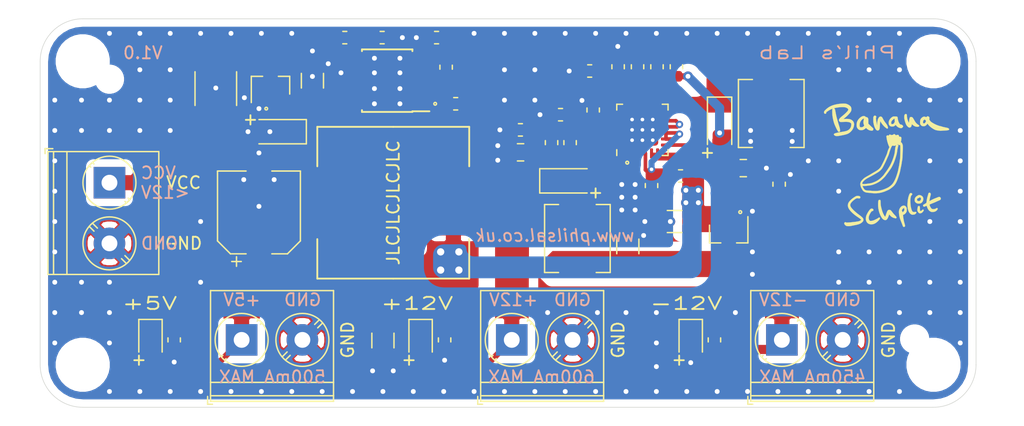
<source format=kicad_pcb>
(kicad_pcb (version 20221018) (generator pcbnew)
  (layers (0 "F.Cu" signal) (31 "B.Cu" signal) (34 "B.Paste" user) (35 "F.Paste" user) (36 "B.SilkS" user "B.Silkscreen") (37 "F.SilkS" user "F.Silkscreen") (38 "B.Mask" user) (39 "F.Mask" user) (44 "Edge.Cuts" user))
  (net 0 "")
  (net 1 "Net-(C1-Pad1)")
  (net 2 "GND")
  (net 3 "Net-(C2-Pad2)")
  (net 4 "FB")
  (net 5 "Net-(C6-Pad1)")
  (net 6 "Net-(C7-Pad1)")
  (net 7 "Net-(C8-Pad1)")
  (net 8 "+12V")
  (net 9 "Net-(C9-Pad2)")
  (net 10 "Net-(C11-Pad1)")
  (net 11 "-12V")
  (net 12 "Net-(C12-Pad1)")
  (net 13 "Net-(C13-Pad1)")
  (net 14 "Net-(D3-Pad1)")
  (net 15 "VCC")
  (net 16 "Net-(Q2-Pad1)")
  (net 17 "Net-(R1-Pad1)")
  (net 18 "Net-(U2-Pad12)")
  (net 19 "Net-(U2-Pad20)")
  (net 20 "Net-(C2-Pad1)")
  (net 21 "Net-(D2-Pad2)")
  (net 22 "+5V")
  (net 23 "Net-(D4-Pad1)")
  (net 24 "Net-(D5-Pad1)")
  (net 25 "Net-(D6-Pad1)")
  (net 26 "Net-(U1-Pad3)")
  (net 27 "Net-(U1-Pad2)")
  (net 28 "Net-(F1-Pad1)")
  (footprint "Capacitor_SMD:C_1206_3216Metric" (layer "F.Cu") (at 41.7 20.9 90)
    (fp_text reference "C1")
    (fp_text value "10u")
  )
  (footprint "Capacitor_SMD:C_0603_1608Metric" (layer "F.Cu") (at 53.4875 22.8)
    (fp_text reference "C2")
    (fp_text value "10n")
  )
  (footprint "Capacitor_SMD:C_1206_3216Metric" (layer "F.Cu") (at 47.5 42.3 -90)
    (fp_text reference "C3")
    (fp_text value "10u")
  )
  (footprint "Capacitor_SMD:C_1206_3216Metric" (layer "F.Cu") (at 71.5 32.5 180)
    (fp_text reference "C5")
    (fp_text value "10u")
  )
  (footprint "Capacitor_SMD:C_1206_3216Metric" (layer "F.Cu") (at 67.65 34.55 90)
    (fp_text reference "C6")
    (fp_text value "10u")
  )
  (footprint "Capacitor_SMD:C_0603_1608Metric" (layer "F.Cu") (at 69.6 29.5375 -90)
    (fp_text reference "C7")
    (fp_text value "100n")
  )
  (footprint "Capacitor_SMD:C_0603_1608Metric" (layer "F.Cu") (at 64.8 23.3125 90)
    (fp_text reference "C8")
    (fp_text value "10n")
  )
  (footprint "Capacitor_SMD:C_0603_1608Metric" (layer "F.Cu") (at 61.375 26 90)
    (fp_text reference "C9")
    (fp_text value "6p8")
  )
  (footprint "Capacitor_SMD:C_0805_2012Metric" (layer "F.Cu") (at 58.825 26.8 180)
    (fp_text reference "C10")
    (fp_text value "22u")
  )
  (footprint "Capacitor_SMD:C_0603_1608Metric" (layer "F.Cu") (at 71.65 19.75 -90)
    (fp_text reference "C11")
    (fp_text value "8p2")
  )
  (footprint "Capacitor_SMD:C_0603_1608Metric" (layer "F.Cu") (at 66.85 19.75 90)
    (fp_text reference "C12")
    (fp_text value "220n")
  )
  (footprint "Capacitor_SMD:C_0603_1608Metric" (layer "F.Cu") (at 64.5125 20.1 180)
    (fp_text reference "C13")
    (fp_text value "4n7")
  )
  (footprint "Capacitor_SMD:C_0805_2012Metric" (layer "F.Cu") (at 77.15 28.1)
    (fp_text reference "C14")
    (fp_text value "22u")
  )
  (footprint "Diode_SMD:D_SOD-123" (layer "F.Cu") (at 62.65 29.15)
    (fp_text reference "D2")
    (fp_text value "B5819W")
  )
  (footprint "Diode_SMD:D_SOD-123" (layer "F.Cu") (at 38.95 25.1 180)
    (fp_text reference "D1")
    (fp_text value "B5819W")
  )
  (footprint "Diode_SMD:D_SOD-123" (layer "F.Cu") (at 75.2 24.5 -90)
    (fp_text reference "D3")
    (fp_text value "B5819W")
  )
  (footprint "TerminalBlock_Phoenix:TerminalBlock_Phoenix_PT-1,5-2-5.0-H_1x02_P5.00mm_Horizontal" (layer "F.Cu") (at 25 29.3 -90)
    (fp_text reference "J1")
    (fp_text value "Screw_Terminal_01x02")
  )
  (footprint "TerminalBlock_Phoenix:TerminalBlock_Phoenix_PT-1,5-2-5.0-H_1x02_P5.00mm_Horizontal" (layer "F.Cu") (at 58.1 42.25)
    (fp_text reference "J3")
    (fp_text value "Screw_Terminal_01x02")
  )
  (footprint "TerminalBlock_Phoenix:TerminalBlock_Phoenix_PT-1,5-2-5.0-H_1x02_P5.00mm_Horizontal" (layer "F.Cu") (at 80.325 42.25)
    (fp_text reference "J4")
    (fp_text value "Screw_Terminal_01x02")
  )
  (footprint "Inductor_SMD:L_Sunlord_MWSA0518_5.4x5.2mm" (layer "F.Cu") (at 63.5 33.9 90)
    (fp_text reference "L2")
    (fp_text value "10u")
  )
  (footprint "Inductor_SMD:L_Sunlord_MWSA0518_5.4x5.2mm" (layer "F.Cu") (at 79.45 23.6 -90)
    (fp_text reference "L3")
    (fp_text value "10u")
  )
  (footprint "Package_TO_SOT_SMD:SOT-23" (layer "F.Cu") (at 38.25 21.3 90)
    (fp_text reference "Q1")
    (fp_text value "AO3401A")
  )
  (footprint "Package_TO_SOT_SMD:SOT-23" (layer "F.Cu") (at 75.95 33.5 -90)
    (fp_text reference "Q2")
    (fp_text value "AO3401A")
  )
  (footprint "Resistor_SMD:R_0603_1608Metric" (layer "F.Cu") (at 47.4375 17.35 180)
    (fp_text reference "R2")
    (fp_text value "100k")
  )
  (footprint "Resistor_SMD:R_0603_1608Metric" (layer "F.Cu") (at 52.7 19.7875 -90)
    (fp_text reference "R3")
    (fp_text value "10k")
  )
  (footprint "Resistor_SMD:R_0603_1608Metric" (layer "F.Cu") (at 51.9125 17.35)
    (fp_text reference "R4")
    (fp_text value "3k3")
  )
  (footprint "Resistor_SMD:R_0603_1608Metric" (layer "F.Cu") (at 71.9875 28.75)
    (fp_text reference "R5")
    (fp_text value "100")
  )
  (footprint "Resistor_SMD:R_0603_1608Metric" (layer "F.Cu") (at 62.9 26 -90)
    (fp_text reference "R6")
    (fp_text value "1M")
  )
  (footprint "Resistor_SMD:R_0603_1608Metric" (layer "F.Cu") (at 62.1125 23.7)
    (fp_text reference "R7")
    (fp_text value "110k")
  )
  (footprint "Resistor_SMD:R_0603_1608Metric" (layer "F.Cu") (at 68.45 19.75 90)
    (fp_text reference "R8")
    (fp_text value "100k")
  )
  (footprint "Resistor_SMD:R_0603_1608Metric" (layer "F.Cu") (at 70.05 19.75 90)
    (fp_text reference "R9")
    (fp_text value "1M")
  )
  (footprint "Resistor_SMD:R_0603_1608Metric" (layer "F.Cu") (at 58.8125 24.95)
    (fp_text reference "R10")
    (fp_text value "12k")
  )
  (footprint "Resistor_SMD:R_0603_1608Metric" (layer "F.Cu") (at 80.1 29.425 -90)
    (fp_text reference "R11")
    (fp_text value "12k")
  )
  (footprint "Package_DFN_QFN:QFN-24-1EP_4x4mm_P0.5mm_EP2.6x2.6mm" (layer "F.Cu") (at 68.85 24.95 90)
    (fp_text reference "U2")
    (fp_text value "TPS65131RGER")
  )
  (footprint "LED_SMD:LED_0805_2012Metric" (layer "F.Cu") (at 50.6 42.25 -90)
    (fp_text reference "D5")
    (fp_text value "GREEN")
  )
  (footprint "LED_SMD:LED_0805_2012Metric" (layer "F.Cu") (at 72.825 42.25 -90)
    (fp_text reference "D6")
    (fp_text value "YELLOW")
  )
  (footprint "TerminalBlock_Phoenix:TerminalBlock_Phoenix_PT-1,5-2-5.0-H_1x02_P5.00mm_Horizontal" (layer "F.Cu") (at 35.875 42.25)
    (fp_text reference "J2")
    (fp_text value "Screw_Terminal_01x02")
  )
  (footprint "Resistor_SMD:R_0603_1608Metric" (layer "F.Cu") (at 44.3625 17.35 180)
    (fp_text reference "R1")
    (fp_text value "100k")
  )
  (footprint "Resistor_SMD:R_0603_1608Metric" (layer "F.Cu") (at 30.325 42.25 90)
    (fp_text reference "R12")
    (fp_text value "1k5")
  )
  (footprint "Resistor_SMD:R_0603_1608Metric" (layer "F.Cu") (at 52.575 42.25 90)
    (fp_text reference "R13")
    (fp_text value "4k3")
  )
  (footprint "Resistor_SMD:R_0603_1608Metric" (layer "F.Cu") (at 74.775 42.25 90)
    (fp_text reference "R14")
    (fp_text value "5k1")
  )
  (footprint "Package_SO:TI_SO-PowerPAD-8_ThermalVias" (layer "F.Cu") (at 47.85 20.895 180)
    (fp_text reference "U1")
    (fp_text value "TPS5430DDA")
  )
  (footprint "LED_SMD:LED_0805_2012Metric" (layer "F.Cu") (at 28.375 42.25 -90)
    (fp_text reference "D4")
    (fp_text value "RED")
  )
  (footprint "MountingHole:MountingHole_3.2mm_M3" (layer "F.Cu") (at 22.8 44.3)
    (fp_text reference "H1")
    (fp_text value "MountingHole")
  )
  (footprint "MountingHole:MountingHole_3.2mm_M3" (layer "F.Cu") (at 22.8 19.3)
    (fp_text reference "H3")
    (fp_text value "MountingHole")
  )
  (footprint "MountingHole:MountingHole_3.2mm_M3" (layer "F.Cu") (at 92.8 19.3)
    (fp_text reference "H4")
    (fp_text value "MountingHole")
  )
  (footprint "MountingHole:MountingHole_3.2mm_M3" (layer "F.Cu") (at 92.8 44.3)
    (fp_text reference "H2")
    (fp_text value "MountingHole")
  )
  (footprint "BananSchplitSilk:BananaSchplitSilkLogoDrawn" (layer "F.Cu") (at 89 28)
    (fp_text reference "G***" hide)
    (fp_text value "LOGO" hide)
  )
  (footprint "Capacitor_SMD:CP_Elec_6.3x7.7" (layer "F.Cu") (at 37.3 31.75 90)
    (fp_text reference "C4")
    (fp_text value "220u")
  )
  (footprint "SchmillipKiCADLibrary:SWRB1204S" (layer "F.Cu") (at 48.35 30.95)
    (fp_text reference "L1")
    (fp_text value "47u")
  )
  (footprint "Fuse:Fuse_1812_4532Metric" (layer "F.Cu") (at 33.75 21.55 -90)
    (fp_text reference "F1")
    (fp_text value "1A")
  )
  (footprint "MountingHole:MountingHole_2.1mm" (layer "F.Cu") (at 25 20.775)
    (fp_text reference "REF**")
    (fp_text value "MountingHole_1.152mm")
  )
  (footprint "MountingHole:MountingHole_2.1mm" (layer "F.Cu") (at 91.25 42.175)
    (fp_text reference "REF**")
    (fp_text value "MountingHole_1.152mm")
  )
  (gr_circle (center 67.6 27.65) (end 67.625 27.7) (stroke (width 0.12)) (fill none) (layer "F.SilkS"))
  (gr_circle (center 76.9 31.725) (end 76.925 31.775) (stroke (width 0.12)) (fill none) (layer "F.SilkS"))
  (gr_circle (center 37.9 23.2) (end 37.95 23.2) (stroke (width 0.12)) (fill none) (layer "F.SilkS"))
  (gr_circle (center 51.8 22.8) (end 51.8 22.85) (stroke (width 0.12)) (fill none) (layer "F.SilkS"))
  (gr_line (start 19.3 19.3) (end 19.3 44.3) (stroke (width 0.05)) (layer "Edge.Cuts"))
  (gr_arc (start 22.8 47.8) (mid 20.325126 46.774874) (end 19.3 44.3) (stroke (width 0.05)) (layer "Edge.Cuts"))
  (gr_arc (start 96.3 44.3) (mid 95.274874 46.774874) (end 92.8 47.8) (stroke (width 0.05)) (layer "Edge.Cuts"))
  (gr_arc (start 92.8 15.8) (mid 95.274874 16.825126) (end 96.3 19.3) (stroke (width 0.05)) (layer "Edge.Cuts"))
  (gr_line (start 96.3 44.3) (end 96.3 19.3) (stroke (width 0.05)) (layer "Edge.Cuts"))
  (gr_arc (start 19.3 19.3) (mid 20.325126 16.825126) (end 22.8 15.8) (stroke (width 0.05)) (layer "Edge.Cuts"))
  (gr_line (start 92.8 15.8) (end 22.8 15.8) (stroke (width 0.05)) (layer "Edge.Cuts"))
  (gr_line (start 22.8 47.8) (end 92.8 47.8) (stroke (width 0.05)) (layer "Edge.Cuts"))
  (gr_text "www.philsal.co.uk" (at 61.7 33.65) (layer "B.SilkS") (effects (font (size 1 1) (thickness 0.15) italic) (justify mirror)))
  (gr_text "GND" (at 40.9 38.95) (layer "B.SilkS") (effects (font (size 1 1)) (justify mirror)))
  (gr_text "+5V" (at 35.9 38.95) (layer "B.SilkS") (effects (font (size 1 1)) (justify mirror)))
  (gr_text "+12V" (at 58.25 38.95) (layer "B.SilkS") (effects (font (size 1 1)) (justify mirror)))
  (gr_text "GND" (at 63.1 38.95) (layer "B.SilkS") (effects (font (size 1 1)) (justify mirror)))
  (gr_text "GND" (at 85.3 38.95) (layer "B.SilkS") (effects (font (size 1 1)) (justify mirror)))
  (gr_text "-12V" (at 80.45 38.95) (layer "B.SilkS") (effects (font (size 1 1)) (justify mirror)))
  (gr_text "GND" (at 27.5 34.3) (layer "B.SilkS") (effects (font (size 1 1)) (justify right mirror)))
  (gr_text "600mA MAX" (at 60.55 45.3) (layer "B.SilkS") (effects (font (size 1 1)) (justify mirror)))
  (gr_text "450mA MAX" (at 82.85 45.3) (layer "B.SilkS") (effects (font (size 1 1)) (justify mirror)))
  (gr_text "500mA MAX" (at 38.4 45.3) (layer "B.SilkS") (effects (font (size 1 1)) (justify mirror)))
  (gr_text "VCC\n<12V" (at 27.5 29.3) (layer "B.SilkS") (effects (font (size 1 1)) (justify right mirror)))
  (gr_text "Phil's Lab" (at 84.05 18.6) (layer "B.SilkS") (effects (font (size 1 1.5)) (justify mirror)))
  (gr_text "V1.0" (at 27.75 18.6) (layer "B.SilkS") (effects (font (size 1 1)) (justify mirror)))
  (gr_text "+12V" (at 50.3 39.25) (layer "F.SilkS") (effects (font (size 1 1.5))))
  (gr_text "-12V" (at 72.45 39.25) (layer "F.SilkS") (effects (font (size 1 1.5))))
  (gr_text "GND" (at 44.6 42.25 90) (layer "F.SilkS") (effects (font (size 1 1))))
  (gr_text "GND" (at 66.85 42.25 90) (layer "F.SilkS") (effects (font (size 1 1))))
  (gr_text "GND" (at 89.1 42.25 90) (layer "F.SilkS") (effects (font (size 1 1))))
  (gr_text "GND" (at 31.1 34.3) (layer "F.SilkS") (effects (font (size 1 1))))
  (gr_text "VCC" (at 31.1 29.3) (layer "F.SilkS") (effects (font (size 1 1))))
  (gr_text "+" (at 49.65 43.85) (layer "F.SilkS") (effects (font (size 1 1))))
  (gr_text "+" (at 71.875 43.85) (layer "F.SilkS") (effects (font (size 1 1))))
  (gr_text "+" (at 74.2 26.775) (layer "F.SilkS") (effects (font (size 1 1))))
  (gr_text "+" (at 65 30.075) (layer "F.SilkS") (effects (font (size 1 1))))
  (gr_text "+" (at 36.6 24.05) (layer "F.SilkS") (effects (font (size 1 1))))
  (gr_text "+" (at 27.425 43.85) (layer "F.SilkS") (effects (font (size 1 1))))
  (gr_text "+5V" (at 28.3 39.25) (layer "F.SilkS") (effects (font (size 1 1.5))))
  (gr_text "JLCJLCJLCJLC" (at 48.35 30.95 90) (layer "F.SilkS") (effects (font (size 1 1))))
  (segment (start 41.1 17.35) (end 39.85 18.6) (width 0.5) (layer "F.Cu") (net 1))
  (segment (start 40.5 22.3) (end 39.2 22.3) (width 1.5) (layer "F.Cu") (net 1))
  (segment (start 43.575 17.35) (end 41.1 17.35) (width 0.5) (layer "F.Cu") (net 1))
  (segment (start 41.7 22.3) (end 40.5 22.3) (width 1.5) (layer "F.Cu") (net 1))
  (segment (start 45.15 21.53) (end 42.47 21.53) (width 1) (layer "F.Cu") (net 1))
  (segment (start 39.85 21.65) (end 40.5 22.3) (width 0.5) (layer "F.Cu") (net 1))
  (segment (start 42.47 21.53) (end 41.7 22.3) (width 1) (layer "F.Cu") (net 1))
  (segment (start 39.85 18.6) (end 39.85 21.65) (width 0.5) (layer "F.Cu") (net 1))
  (segment (start 45.15 20.26) (end 44.06 20.26) (width 0.75) (layer "F.Cu") (net 2))
  (segment (start 80.1 28.6375) (end 81.0125 28.6375) (width 0.5) (layer "F.Cu") (net 2))
  (segment (start 41.7 18.45) (end 41.7 19.5) (width 0.75) (layer "F.Cu") (net 2))
  (segment (start 37.3 29.05) (end 38.55 29.05) (width 0.75) (layer "F.Cu") (net 2))
  (segment (start 43 19.5) (end 41.7 19.5) (width 0.75) (layer "F.Cu") (net 2))
  (segment (start 44.06 20.26) (end 44.05 20.25) (width 0.75) (layer "F.Cu") (net 2))
  (segment (start 45.15 20.26) (end 47.215 20.26) (width 0.75) (layer "F.Cu") (net 2))
  (segment (start 37.3 29.05) (end 36.05 29.05) (width 0.75) (layer "F.Cu") (net 2))
  (segment (start 71.15 32.5) (end 70.1 32.5) (width 0.75) (layer "F.Cu") (net 2))
  (segment (start 65.025 22.525) (end 64.8 22.525) (width 0.3) (layer "F.Cu") (net 2))
  (segment (start 47.215 20.26) (end 47.85 20.895) (width 0.75) (layer "F.Cu") (net 2))
  (segment (start 37.3 29.05) (end 37.3 26.85) (width 0.75) (layer "F.Cu") (net 2))
  (segment (start 37.3 22.3) (end 37.3 23.2) (width 0.75) (layer "F.Cu") (net 2))
  (segment (start 37.3 25.1) (end 36.4 25.1) (width 0.75) (layer "F.Cu") (net 2))
  (segment (start 37.3 29.05) (end 37.3 31.25) (width 0.75) (layer "F.Cu") (net 2))
  (segment (start 41.7 19.5) (end 41.7 20.55) (width 0.75) (layer "F.Cu") (net 2))
  (segment (start 37.3 25.1) (end 38.2 25.1) (width 0.75) (layer "F.Cu") (net 2))
  (segment (start 66.9125 23.7) (end 66.2 23.7) (width 0.3) (layer "F.Cu") (net 2))
  (segment (start 81.0125 28.6375) (end 81.025 28.625) (width 0.5) (layer "F.Cu") (net 2))
  (segment (start 66.2 23.7) (end 65.025 22.525) (width 0.3) (layer "F.Cu") (net 2))
  (via (at 68 24.95) (size 0.6) (drill 0.3) (layers "F.Cu" "B.Cu") (net 2))
  (via (at 68 24.1) (size 0.6) (drill 0.3) (layers "F.Cu" "B.Cu") (net 2))
  (via (at 68.85 24.1) (size 0.6) (drill 0.3) (layers "F.Cu" "B.Cu") (net 2))
  (via (at 69.7 24.1) (size 0.6) (drill 0.3) (layers "F.Cu" "B.Cu") (net 2))
  (via (at 69.7 24.95) (size 0.6) (drill 0.3) (layers "F.Cu" "B.Cu") (net 2))
  (via (at 69.7 25.8) (size 0.6) (drill 0.3) (layers "F.Cu" "B.Cu") (net 2))
  (via (at 68.85 25.8) (size 0.6) (drill 0.3) (layers "F.Cu" "B.Cu") (net 2))
  (via (at 68 25.8) (size 0.6) (drill 0.3) (layers "F.Cu" "B.Cu") (net 2))
  (via (at 56.95 26.25) (size 0.8) (drill 0.4) (layers "F.Cu" "B.Cu") (net 2))
  (via (at 57.125 24.95) (size 0.8) (drill 0.4) (layers "F.Cu" "B.Cu") (net 2))
  (via (at 60.425 23.7) (size 0.8) (drill 0.4) (layers "F.Cu" "B.Cu") (net 2))
  (via (at 63.875 22.525) (size 0.8) (drill 0.4) (layers "F.Cu" "B.Cu") (net 2))
  (via (at 62.825 20.1) (size 0.8) (drill 0.4) (layers "F.Cu" "B.Cu") (net 2))
  (via (at 66.825 18.075) (size 0.8) (drill 0.4) (layers "F.Cu" "B.Cu") (net 2))
  (via (at 79.05 28.1) (size 0.8) (drill 0.4) (layers "F.Cu" "B.Cu") (net 2))
  (via (at 81.025 28.625) (size 0.8) (drill 0.4) (layers "F.Cu" "B.Cu") (net 2))
  (via (at 81.175 25.9) (size 0.8) (drill 0.4) (layers "F.Cu" "B.Cu") (net 2))
  (via (at 81.175 25) (size 0.8) (drill 0.4) (layers "F.Cu" "B.Cu") (net 2))
  (via (at 77.75 25) (size 0.8) (drill 0.4) (layers "F.Cu" "B.Cu") (net 2))
  (via (at 77.75 25.9) (size 0.8) (drill 0.4) (layers "F.Cu" "B.Cu") (net 2))
  (via (at 68.95 33.65) (size 0.8) (drill 0.4) (layers "F.Cu" "B.Cu") (net 2))
  (via (at 69.05 32.5) (size 0.8) (drill 0.4) (layers "F.Cu" "B.Cu") (net 2))
  (via (at 52.575 43.925) (size 0.8) (drill 0.4) (layers "F.Cu" "B.Cu") (net 2))
  (via (at 72.825 44.125) (size 0.8) (drill 0.4) (layers "F.Cu" "B.Cu") (net 2))
  (via (at 30.325 44.075) (size 0.8) (drill 0.4) (layers "F.Cu" "B.Cu") (net 2))
  (via (at 30 17) (size 0.8) (drill 0.4) (layers "F.Cu" "B.Cu") (net 2))
  (via (at 32.5 17) (size 0.8) (drill 0.4) (layers "F.Cu" "B.Cu") (net 2))
  (via (at 35 17) (size 0.8) (drill 0.4) (layers "F.Cu" "B.Cu") (net 2))
  (via (at 37.5 17) (size 0.8) (drill 0.4) (layers "F.Cu" "B.Cu") (net 2))
  (via (at 60 17) (size 0.8) (drill 0.4) (layers "F.Cu" "B.Cu") (net 2))
  (via (at 62.5 17) (size 0.8) (drill 0.4) (layers "F.Cu" "B.Cu") (net 2))
  (via (at 65 17) (size 0.8) (drill 0.4) (layers "F.Cu" "B.Cu") (net 2))
  (via (at 67.5 17) (size 0.8) (drill 0.4) (layers "F.Cu" "B.Cu") (net 2))
  (via (at 70 17) (size 0.8) (drill 0.4) (layers "F.Cu" "B.Cu") (net 2))
  (via (at 72.5 17) (size 0.8) (drill 0.4) (layers "F.Cu" "B.Cu") (net 2))
  (via (at 75 17) (size 0.8) (drill 0.4) (layers "F.Cu" "B.Cu") (net 2))
  (via (at 77.5 17) (size 0.8) (drill 0.4) (layers "F.Cu" "B.Cu") (net 2))
  (via (at 80 17) (size 0.8) (drill 0.4) (layers "F.Cu" "B.Cu") (net 2))
  (via (at 82.5 17) (size 0.8) (drill 0.4) (layers "F.Cu" "B.Cu") (net 2))
  (via (at 85 17) (size 0.8) (drill 0.4) (layers "F.Cu" "B.Cu") (net 2))
  (via (at 87.5 17) (size 0.8) (drill 0.4) (layers "F.Cu" "B.Cu") (net 2))
  (via (at 90 17) (size 0.8) (drill 0.4) (layers "F.Cu" "B.Cu") (net 2))
  (via (at 25 17) (size 0.8) (drill 0.4) (layers "F.Cu" "B.Cu") (net 2))
  (via (at 20.5 27.5) (size 0.8) (drill 0.4) (layers "F.Cu" "B.Cu") (net 2))
  (via (at 20.5 42.5) (size 0.8) (drill 0.4) (layers "F.Cu" "B.Cu") (net 2))
  (via (at 20.5 40) (size 0.8) (drill 0.4) (layers "F.Cu" "B.Cu") (net 2))
  (via (at 20.5 37.5) (size 0.8) (drill 0.4) (layers "F.Cu" "B.Cu") (net 2))
  (via (at 20.5 35) (size 0.8) (drill 0.4) (layers "F.Cu" "B.Cu") (net 2))
  (via (at 20.5 32.5) (size 0.8) (drill 0.4) (layers "F.Cu" "B.Cu") (net 2))
  (via (at 20.5 30) (size 0.8) (drill 0.4) (layers "F.Cu" "B.Cu") (net 2))
  (via (at 20.5 25) (size 0.8) (drill 0.4) (layers "F.Cu" "B.Cu") (net 2))
  (via (at 20.5 22.5) (size 0.8) (drill 0.4) (layers "F.Cu" "B.Cu") (net 2))
  (via (at 32.5 46.5) (size 0.8) (drill 0.4) (layers "F.Cu" "B.Cu") (net 2))
  (via (at 35 46.5) (size 0.8) (drill 0.4) (layers "F.Cu" "B.Cu") (net 2))
  (via (at 52.5 46.5) (size 0.8) (drill 0.4) (layers "F.Cu" "B.Cu") (net 2))
  (via (at 72.5 46.5) (size 0.8) (drill 0.4) (layers "F.Cu" "B.Cu") (net 2))
  (via (at 82.5 46.5) (size 0.8) (drill 0.4) (layers "F.Cu" "B.Cu") (net 2))
  (via (at 40 46.5) (size 0.8) (drill 0.4) (layers "F.Cu" "B.Cu") (net 2))
  (via (at 42.5 46.5) (size 0.8) (drill 0.4) (layers "F.Cu" "B.Cu") (net 2))
  (via (at 65 46.5) (size 0.8) (drill 0.4) (layers "F.Cu" "B.Cu") (net 2))
  (via (at 60 46.5) (size 0.8) (drill 0.4) (layers "F.Cu" "B.Cu") (net 2))
  (via (at 47.5 46.5) (size 0.8) (drill 0.4) (layers "F.Cu" "B.Cu") (net 2))
  (via (at 50 46.5) (size 0.8) (drill 0.4) (layers "F.Cu" "B.Cu") (net 2))
  (via (at 55 46.5) (size 0.8) (drill 0.4) (layers "F.Cu" "B.Cu") (net 2))
  (via (at 67.5 46.5) (size 0.8) (drill 0.4) (layers "F.Cu" "B.Cu") (net 2))
  (via (at 27.5 46.5) (size 0.8) (drill 0.4) (layers "F.Cu" "B.Cu") (net 2))
  (via (at 75 46.5) (size 0.8) (drill 0.4) (layers "F.Cu" "B.Cu") (net 2))
  (via (at 37.5 46.5) (size 0.8) (drill 0.4) (layers "F.Cu" "B.Cu") (net 2))
  (via (at 45 46.5) (size 0.8) (drill 0.4) (layers "F.Cu" "B.Cu") (net 2))
  (via (at 70 46.5) (size 0.8) (drill 0.4) (layers "F.Cu" "B.Cu") (net 2))
  (via (at 57.5 46.5) (size 0.8) (drill 0.4) (layers "F.Cu" "B.Cu") (net 2))
  (via (at 87.5 46.5) (size 0.8) (drill 0.4) (layers "F.Cu" "B.Cu") (net 2))
  (via (at 62.5 46.5) (size 0.8) (drill 0.4) (layers "F.Cu" "B.Cu") (net 2))
  (via (at 80 46.5) (size 0.8) (drill 0.4) (layers "F.Cu" "B.Cu") (net 2))
  (via (at 85 46.5) (size 0.8) (drill 0.4) (layers "F.Cu" "B.Cu") (net 2))
  (via (at 90 46.5) (size 0.8) (drill 0.4) (layers "F.Cu" "B.Cu") (net 2))
  (via (at 77.5 46.5) (size 0.8) (drill 0.4) (layers "F.Cu" "B.Cu") (net 2))
  (via (at 30 46.5) (size 0.8) (drill 0.4) (layers "F.Cu" "B.Cu") (net 2))
  (via (at 95 22.5) (size 0.8) (drill 0.4) (layers "F.Cu" "B.Cu") (net 2))
  (via (at 95 32.5) (size 0.8) (drill 0.4) (layers "F.Cu" "B.Cu") (net 2))
  (via (at 95 25) (size 0.8) (drill 0.4) (layers "F.Cu" "B.Cu") (net 2))
  (via (at 95 30) (size 0.8) (drill 0.4) (layers "F.Cu" "B.Cu") (net 2))
  (via (at 95 35) (size 0.8) (drill 0.4) (layers "F.Cu" "B.Cu") (net 2))
  (via (at 95 27.5) (size 0.8) (drill 0.4) (layers "F.Cu" "B.Cu") (net 2))
  (via (at 95 40) (size 0.8) (drill 0.4) (layers "F.Cu" "B.Cu") (net 2))
  (via (at 95 37.5) (size 0.8) (drill 0.4) (layers "F.Cu" "B.Cu") (net 2))
  (via (at 95 42.5) (size 0.8) (drill 0.4) (layers "F.Cu" "B.Cu") (net 2))
  (via (at 67.15 29.45) (size 0.8) (drill 0.4) (layers "F.Cu" "B.Cu") (net 2))
  (via (at 68.25 29.45) (size 0.8) (drill 0.4) (layers "F.Cu" "B.Cu") (net 2))
  (via (at 67.15 30.5) (size 0.8) (drill 0.4) (layers "F.Cu" "B.Cu") (net 2))
  (via (at 68.25 30.5) (size 0.8) (drill 0.4) (layers "F.Cu" "B.Cu") (net 2))
  (via (at 67.15 31.55) (size 0.8) (drill 0.4) (layers "F.Cu" "B.Cu") (net 2))
  (via (at 68.25 31.55) (size 0.8) (drill 0.4) (layers "F.Cu" "B.Cu") (net 2))
  (via (at 30 20) (size 0.8) (drill 0.4) (layers "F.Cu" "B.Cu") (net 2))
  (via (at 30 22.5) (size 0.8) (drill 0.4) (layers "F.Cu" "B.Cu") (net 2))
  (via (at 30 25) (size 0.8) (drill 0.4) (layers "F.Cu" "B.Cu") (net 2))
  (via (at 27.5 25) (size 0.8) (drill 0.4) (layers "F.Cu" "B.Cu") (net 2))
  (via (at 25 25) (size 0.8) (drill 0.4) (layers "F.Cu" "B.Cu") (net 2))
  (via (at 27.5 22.5) (size 0.8) (drill 0.4) (layers "F.Cu" "B.Cu") (net 2))
  (via (at 27.5 20) (size 0.8) (drill 0.4) (layers "F.Cu" "B.Cu") (net 2))
  (via (at 25 22.5) (size 0.8) (drill 0.4) (layers "F.Cu" "B.Cu") (net 2))
  (via (at 25 37.5) (size 0.8) (drill 0.4) (layers "F.Cu" "B.Cu") (net 2))
  (via (at 25 40) (size 0.8) (drill 0.4) (layers "F.Cu" "B.Cu") (net 2))
  (via (at 32.5 32.5) (size 0.8) (drill 0.4) (layers "F.Cu" "B.Cu") (net 2))
  (via (at 57.5 20) (size 0.8) (drill 0.4) (layers "F.Cu" "B.Cu") (net 2))
  (via (at 60 20) (size 0.8) (drill 0.4) (layers "F.Cu" "B.Cu") (net 2))
  (via (at 60 22.5) (size 0.8) (drill 0.4) (layers "F.Cu" "B.Cu") (net 2))
  (via (at 57.5 22.5) (size 0.8) (drill 0.4) (layers "F.Cu" "B.Cu") (net 2))
  (via (at 85 20) (size 0.8) (drill 0.4) (layers "F.Cu" "B.Cu") (net 2))
  (via (at 87.5 20) (size 0.8) (drill 0.4) (layers "F.Cu" "B.Cu") (net 2))
  (via (at 82.5 27.5) (size 0.8) (drill 0.4) (layers "F.Cu" "B.Cu") (net 2))
  (via (at 92.5 35) (size 0.8) (drill 0.4) (layers "F.Cu" "B.Cu") (net 2))
  (via (at 87.5 35) (size 0.8) (drill 0.4) (layers "F.Cu" "B.Cu") (net 2))
  (via (at 85 35) (size 0.8) (drill 0.4) (layers "F.Cu" "B.Cu") (net 2))
  (via (at 85 37.5) (size 0.8) (drill 0.4) (layers "F.Cu" "B.Cu") (net 2))
  (via (at 90 35) (size 0.8) (drill 0.4) (layers "F.Cu" "B.Cu") (net 2))
  (via (at 90 37.5) (size 0.8) (drill 0.4) (layers "F.Cu" "B.Cu") (net 2))
  (via (at 87.5 37.5) (size 0.8) (drill 0.4) (layers "F.Cu" "B.Cu") (net 2))
  (via (at 92.5 37.5) (size 0.8) (drill 0.4) (layers "F.Cu" "B.Cu") (net 2))
  (via (at 92.5 40) (size 0.8) (drill 0.4) (layers "F.Cu" "B.Cu") (net 2))
  (via (at 90 40) (size 0.8) (drill 0.4) (layers "F.Cu" "B.Cu") (net 2))
  (via (at 70 42.5) (size 0.8) (drill 0.4) (layers "F.Cu" "B.Cu") (net 2))
  (via (at 32.5 37.5) (size 0.8) (drill 0.4) (layers "F.Cu" "B.Cu") (net 2))
  (via (at 90 20) (size 0.8) (drill 0.4) (layers "F.Cu" "B.Cu") (net 2))
  (via (at 85 27.5) (size 0.8) (drill 0.4) (layers "F.Cu" "B.Cu") (net 2))
  (via (at 92.5 27.5) (size 0.8) (drill 0.4) (layers "F.Cu" "B.Cu") (net 2))
  (via (at 85 30) (size 0.8) (drill 0.4) (layers "F.Cu" "B.Cu") (net 2))
  (via (at 87.5 22.5) (size 0.8) (drill 0.4) (layers "F.Cu" "B.Cu") (net 2))
  (via (at 90 22.5) (size 0.8) (drill 0.4) (layers "F.Cu" "B.Cu") (net 2))
  (via (at 92.5 22.5) (size 0.8) (drill 0.4) (layers "F.Cu" "B.Cu") (net 2))
  (via (at 92.5 32.5) (size 0.8) (drill 0.4) (layers "F.Cu" "B.Cu") (net 2))
  (via (at 40 17) (size 0.8) (drill 0.4) (layers "F.Cu" "B.Cu") (net 2))
  (via (at 57.5 17) (size 0.8) (drill 0.4) (layers "F.Cu" "B.Cu") (net 2))
  (via (at 55 17) (size 0.8) (drill 0.4) (layers "F.Cu" "B.Cu") (net 2))
  (via (at 44.05 20.25) (size 0.8) (drill 0.4) (layers "F.Cu" "B.Cu") (net 2))
  (via (at 41.7 20.55) (size 0.8) (drill 0.4) (layers "F.Cu" "B.Cu") (net 2))
  (via (at 41.7 18.45) (size 0.8) (drill 0.4) (layers "F.Cu" "B.Cu") (net 2))
  (via (at 43 19.5) (size 0.8) (drill 0.4) (layers "F.Cu" "B.Cu") (net 2))
  (via (at 46.8 19.05) (size 0.8) (drill 0.4) (layers "F.Cu" "B.Cu") (net 2))
  (via (at 48.9 19.05) (size 0.8) (drill 0.4) (layers "F.Cu" "B.Cu") (net 2))
  (via (at 46.8 20.25) (size 0.8) (drill 0.4) (layers "F.Cu" "B.Cu") (net 2))
  (via (at 48.9 20.25) (size 0.8) (drill 0.4) (layers "F.Cu" "B.Cu") (net 2))
  (via (at 48.9 21.55) (size 0.8) (drill 0.4) (layers "F.Cu" "B.Cu") (net 2))
  (via (at 46.8 21.55) (size 0.8) (drill 0.4) (layers "F.Cu" "B.Cu") (net 2))
  (via (at 46.8 22.8) (size 0.8) (drill 0.4) (layers "F.Cu" "B.Cu") (net 2))
  (via (at 48.9 22.8) (size 0.8) (drill 0.4) (layers "F.Cu" "B.Cu") (net 2))
  (via (at 49.1 17.35) (size 0.8) (drill 0.4) (layers "F.Cu" "B.Cu") (net 2))
  (via (at 50.25 17.35) (size 0.8) (drill 0.4) (layers "F.Cu" "B.Cu") (net 2))
  (via (at 38.55 29.05) (size 0.8) (drill 0.4) (layers "F.Cu" "B.Cu") (net 2))
  (via (at 36.05 29.05) (size 0.8) (drill 0.4) (layers "F.Cu" "B.Cu") (net 2))
  (via (at 37.3 26.85) (size 0.8) (drill 0.4) (layers "F.Cu" "B.Cu") (net 2))
  (via (at 37.3 31.25) (size 0.8) (drill 0.4) (layers "F.Cu" "B.Cu") (net 2))
  (via (at 36.4 25.1) (size 0.8) (drill 0.4) (layers "F.Cu" "B.Cu") (net 2))
  (via (at 38.2 25.1) (size 0.8) (drill 0.4) (layers "F.Cu" "B.Cu") (net 2))
  (via (at 37.3 23.2) (size 0.8) (drill 0.4) (layers "F.Cu" "B.Cu") (net 2))
  (via (at 56.95 27.45) (size 0.8) (drill 0.4) (layers "F.Cu" "B.Cu") (net 2))
  (via (at 71.15 32.5) (size 0.8) (drill 0.4) (layers "F.Cu" "B.Cu") (net 2))
  (via (at 46.65 44.8) (size 0.8) (drill 0.4) (layers "F.Cu" "B.Cu") (net 2))
  (via (at 48.35 44.8) (size 0.8) (drill 0.4) (layers "F.Cu" "B.Cu") (net 2))
  (via (at 67.5 40) (size 0.8) (drill 0.4) (layers "F.Cu" "B.Cu") (net 2))
  (via (at 70 44.45) (size 0.8) (drill 0.4) (layers "F.Cu" "B.Cu") (net 2))
  (via (at 70 40) (size 0.8) (drill 0.4) (layers "F.Cu" "B.Cu") (net 2))
  (via (at 61.05 40) (size 0.8) (drill 0.4) (layers "F.Cu" "B.Cu") (net 2))
  (via (at 65.15 40) (size 0.8) (drill 0.4) (layers "F.Cu" "B.Cu") (net 2))
  (via (at 76.5 40) (size 0.8) (drill 0.4) (layers "F.Cu" "B.Cu") (net 2))
  (via (at 77.9 36.85) (size 0.8) (drill 0.4) (layers "F.Cu" "B.Cu") (net 2))
  (via (at 77.9 35) (size 0.8) (drill 0.4) (layers "F.Cu" "B.Cu") (net 2))
  (via (at 22.7 25) (size 0.8) (drill 0.4) (layers "F.Cu" "B.Cu") (net 2))
  (via (at 22.7 22.5) (size 0.8) (drill 0.4) (layers "F.Cu" "B.Cu") (net 2))
  (via (at 22.7 37.5) (size 0.8) (drill 0.4) (layers "F.Cu" "B.Cu") (net 2))
  (via (at 22.7 40) (size 0.8) (drill 0.4) (layers "F.Cu" "B.Cu") (net 2))
  (via (at 25 42.5) (size 0.8) (drill 0.4) (layers "F.Cu" "B.Cu") (net 2))
  (via (at 77.9 31.65) (size 0.8) (drill 0.4) (layers "F.Cu" "B.Cu") (net 2))
  (via (at 36.1 22.3) (size 0.8) (drill 0.4) (layers "F.Cu" "B.Cu") (net 2))
  (via (at 33.75 21.5) (size 0.8) (drill 0.4) (layers "F.Cu" "B.Cu") (net 2))
  (via (at 27.5 17) (size 0.8) (drill 0.4) (layers "F.Cu" "B.Cu") (net 2))
  (via (at 68.85 24.95) (size 0.6) (drill 0.3) (layers "F.Cu" "B.Cu") (net 2))
  (via (at 25 46.5) (size 0.8) (drill 0.4) (layers "F.Cu" "B.Cu") (net 2))
  (segment (start 54.275 24.225) (end 53.75 24.75) (width 0.75) (layer "F.Cu") (net 3))
  (segment (start 53.75 24.75) (end 46.25 24.75) (width 0.75) (layer "F.Cu") (net 3))
  (segment (start 46.25 24.75) (end 45.15 23.65) (width 0.75) (layer "F.Cu") (net 3))
  (segment (start 45.15 23.65) (end 45.15 22.8) (width 0.75) (layer "F.Cu") (net 3))
  (segment (start 54.275 22.8) (end 54.275 24.225) (width 0.75) (layer "F.Cu") (net 3))
  (segment (start 52.69 18.99) (end 52.7 19) (width 0.75) (layer "F.Cu") (net 4))
  (segment (start 50.55 18.99) (end 52.69 18.99) (width 0.75) (layer "F.Cu") (net 4))
  (segment (start 52.7 19) (end 52.7 17.35) (width 0.75) (layer "F.Cu") (net 4))
  (segment (start 70.7875 24.2) (end 71.6 24.2) (width 0.3) (layer "F.Cu") (net 6))
  (segment (start 71.7 24.7) (end 71.9 24.5) (width 0.3) (layer "F.Cu") (net 6))
  (segment (start 71.6 24.2) (end 71.9 24.5) (width 0.3) (layer "F.Cu") (net 6))
  (segment (start 71.5 25.7) (end 71.9 25.3) (width 0.3) (layer "F.Cu") (net 6))
  (segment (start 69.1 28.25) (end 69.6 28.75) (width 0.3) (layer "F.Cu") (net 6))
  (segment (start 70.7875 24.2) (end 70.7875 25.7) (width 0.3) (layer "F.Cu") (net 6))
  (segment (start 70.7875 25.2) (end 71.8 25.2) (width 0.3) (layer "F.Cu") (net 6))
  (segment (start 70.7875 25.7) (end 71.5 25.7) (width 0.3) (layer "F.Cu") (net 6))
  (segment (start 70.7875 24.7) (end 71.7 24.7) (width 0.3) (layer "F.Cu") (net 6))
  (segment (start 71.8 25.2) (end 71.9 25.3) (width 0.3) (layer "F.Cu") (net 6))
  (segment (start 69.1 26.8875) (end 69.1 28.25) (width 0.3) (layer "F.Cu") (net 6))
  (via (at 71.9 25.3) (size 0.6) (drill 0.3) (layers "F.Cu" "B.Cu") (net 6))
  (via (at 71.9 24.5) (size 0.6) (drill 0.3) (layers "F.Cu" "B.Cu") (net 6))
  (via (at 69.6 28.2) (size 0.6) (drill 0.3) (layers "F.Cu" "B.Cu") (net 6))
  (segment (start 69.6 28.2) (end 69.6 27.6) (width 0.5) (layer "B.Cu") (net 6))
  (segment (start 69.6 27.6) (end 71.9 25.3) (width 0.5) (layer "B.Cu") (net 6))
  (segment (start 65.4 24.7) (end 64.8 24.1) (width 0.3) (layer "F.Cu") (net 7))
  (segment (start 66.9125 24.7) (end 65.4 24.7) (width 0.3) (layer "F.Cu") (net 7))
  (segment (start 50.6 43.1875) (end 50.6 44.35) (width 0.5) (layer "F.Cu") (net 8))
  (segment (start 55.1 45.25) (end 58.1 42.25) (width 0.5) (layer "F.Cu") (net 8))
  (segment (start 51.5 45.25) (end 55.1 45.25) (width 0.5) (layer "F.Cu") (net 8))
  (segment (start 50.6 44.35) (end 51.5 45.25) (width 0.5) (layer "F.Cu") (net 8))
  (segment (start 62.9 23.7) (end 62.9 25.2125) (width 0.5) (layer "F.Cu") (net 9))
  (segment (start 62.9125 25.2) (end 62.9 25.2125) (width 0.3) (layer "F.Cu") (net 9))
  (segment (start 66.9125 25.2) (end 62.9125 25.2) (width 0.3) (layer "F.Cu") (net 9))
  (segment (start 61.375 25.2125) (end 62.9 25.2125) (width 0.5) (layer "F.Cu") (net 9))
  (segment (start 68.6 23.0125) (end 68.6 20.6875) (width 0.3) (layer "F.Cu") (net 10))
  (segment (start 68.475 20.5375) (end 70.05 18.9625) (width 0.5) (layer "F.Cu") (net 10))
  (segment (start 68.6 20.6875) (end 68.45 20.5375) (width 0.3) (layer "F.Cu") (net 10))
  (segment (start 70.05 18.9625) (end 71.65 18.9625) (width 0.5) (layer "F.Cu") (net 10))
  (segment (start 68.45 20.5375) (end 68.475 20.5375) (width 0.5) (layer "F.Cu") (net 10))
  (segment (start 71.65 20.5375) (end 71.65 20.5375) (width 0.5) (layer "F.Cu") (net 11))
  (segment (start 70.05 20.5375) (end 71.65 20.5375) (width 0.5) (layer "F.Cu") (net 11))
  (segment (start 79.5375 43.0375) (end 80.325 42.25) (width 0.75) (layer "F.Cu") (net 11))
  (segment (start 69.1 23.0125) (end 69.1 21.4875) (width 0.3) (layer "F.Cu") (net 11))
  (segment (start 74.775 43.0375) (end 79.5375 43.0375) (width 0.75) (layer "F.Cu") (net 11))
  (segment (start 69.1 21.4875) (end 70.05 20.5375) (width 0.3) (layer "F.Cu") (net 11))
  (segment (start 71.65 20.5375) (end 72.6 20.5375) (width 0.5) (layer "F.Cu") (net 11))
  (via (at 75.2 25.2) (size 0.8) (drill 0.4) (layers "F.Cu" "B.Cu") (net 11))
  (via (at 72.6 20.5375) (size 0.8) (drill 0.4) (layers "F.Cu" "B.Cu") (net 11))
  (segment (start 75.2 23.1375) (end 72.6 20.5375) (width 0.75) (layer "B.Cu") (net 11))
  (segment (start 75.2 25.2) (end 75.2 23.1375) (width 0.75) (layer "B.Cu") (net 11))
  (segment (start 66.85 20.5375) (end 66.875 20.5375) (width 0.5) (layer "F.Cu") (net 12))
  (segment (start 66.875 20.5375) (end 68.45 18.9625) (width 0.5) (layer "F.Cu") (net 12))
  (segment (start 68.1 23.0125) (end 68.1 21.7875) (width 0.3) (layer "F.Cu") (net 12))
  (segment (start 68.1 21.7875) (end 66.85 20.5375) (width 0.3) (layer "F.Cu") (net 12))
  (segment (start 65.3 20.8) (end 65.3 20.1) (width 0.3) (layer "F.Cu") (net 13))
  (segment (start 66 21.5) (end 65.3 20.8) (width 0.3) (layer "F.Cu") (net 13))
  (segment (start 66.8 21.5) (end 66 21.5) (width 0.3) (layer "F.Cu") (net 13))
  (segment (start 67.6 23.0125) (end 67.6 22.3) (width 0.3) (layer "F.Cu") (net 13))
  (segment (start 67.6 22.3) (end 66.8 21.5) (width 0.3) (layer "F.Cu") (net 13))
  (segment (start 73 26.2) (end 74.7 27.9) (width 0.3) (layer "F.Cu") (net 16))
  (segment (start 76.9 31.9) (end 76.9 32.5) (width 0.3) (layer "F.Cu") (net 16))
  (segment (start 74.7 27.9) (end 74.7 29.7) (width 0.3) (layer "F.Cu") (net 16))
  (segment (start 70.7875 26.2) (end 73 26.2) (width 0.3) (layer "F.Cu") (net 16))
  (segment (start 74.7 29.7) (end 76.9 31.9) (width 0.3) (layer "F.Cu") (net 16))
  (segment (start 45.15 17.35) (end 46.65 17.35) (width 0.75) (layer "F.Cu") (net 17))
  (segment (start 45.15 18.99) (end 45.15 17.35) (width 0.75) (layer "F.Cu") (net 17))
  (segment (start 52.7 22.8) (end 50.55 22.8) (width 0.75) (layer "F.Cu") (net 20))
  (segment (start 32.875 45.25) (end 35.875 42.25) (width 0.5) (layer "F.Cu") (net 22))
  (segment (start 55.85 25.4) (end 53.3 27.95) (width 0.75) (layer "F.Cu") (net 22))
  (segment (start 28.375 44.625) (end 29 45.25) (width 0.5) (layer "F.Cu") (net 22))
  (segment (start 55.275 20.575) (end 55.85 21.15) (width 0.75) (layer "F.Cu") (net 22))
  (segment (start 28.375 43.1875) (end 28.375 44.625) (width 0.5) (layer "F.Cu") (net 22))
  (segment (start 55.85 21.15) (end 55.85 25.4) (width 0.75) (layer "F.Cu") (net 22))
  (segment (start 52.7 20.575) (end 55.275 20.575) (width 0.75) (layer "F.Cu") (net 22))
  (segment (start 53.3 27.95) (end 53.3 30.95) (width 0.75) (layer "F.Cu") (net 22))
  (segment (start 29 45.25) (end 32.875 45.25) (width 0.5) (layer "F.Cu") (net 22))
  (via (at 52.25 35) (size 1) (drill 0.6) (layers "F.Cu" "B.Cu") (net 22))
  (via (at 73.45 30.95) (size 0.8) (drill 0.4) (layers "F.Cu" "B.Cu") (net 22))
  (via (at 72.425 30.95) (size 0.8) (drill 0.4) (layers "F.Cu" "B.Cu") (net 22))
  (via (at 53.75 35) (size 1) (drill 0.6) (layers "F.Cu" "B.Cu") (net 22))
  (via (at 72.425 29.925) (size 0.8) (drill 0.4) (layers "F.Cu" "B.Cu") (net 22))
  (via (at 52.25 36.5) (size 1) (drill 0.6) (layers "F.Cu" "B.Cu") (net 22))
  (via (at 73.45 29.925) (size 0.8) (drill 0.4) (layers "F.Cu" "B.Cu") (net 22))
  (via (at 53.75 36.5) (size 1) (drill 0.6) (layers "F.Cu" "B.Cu") (net 22))
  (segment (start 28.375 41.3125) (end 30.175 41.3125) (width 0.75) (layer "F.Cu") (net 23))
  (segment (start 30.175 41.3125) (end 30.325 41.4625) (width 0.75) (layer "F.Cu") (net 23))
  (segment (start 52.425 41.3125) (end 52.575 41.4625) (width 0.75) (layer "F.Cu") (net 24))
  (segment (start 50.6 41.3125) (end 52.425 41.3125) (width 0.75) (layer "F.Cu") (net 24))
  (segment (start 72.825 41.3125) (end 74.625 41.3125) (width 0.75) (layer "F.Cu") (net 25))
  (segment (start 74.625 41.3125) (end 74.775 41.4625) (width 0.75) (layer "F.Cu") (net 25))
  (segment (start 33.75 19.4125) (end 37.3625 19.4125) (width 1.5) (layer "F.Cu") (net 28))
  (segment (start 37.3625 19.4125) (end 38.25 20.3) (width 1.5) (layer "F.Cu") (net 28))
  (zone (net 2) (net_name "GND") (layer "F.Cu") (connect_pads thru_hole_only (clearance 0.5)) (min_thickness 0.3) (fill yes (thermal_gap 0.35) (thermal_bridge_width 1.5))
    (polygon (pts (xy 96.25 48) (xy 19.25 47.75) (xy 19.25 15.75) (xy 96.25 15.75)))
  )
  (zone (net 11) (net_name "-12V") (layer "F.Cu") (priority 1) (connect_pads thru_hole_only (clearance 0.1)) (min_thickness 0.254) (fill yes (thermal_gap 0.35) (thermal_bridge_width 1.5) (smoothing fillet) (radius 0.5))
    (polygon (pts (xy 76.8 29) (xy 77.3 29.5) (xy 81.35 29.5) (xy 81.85 30) (xy 81.85 43.775) (xy 78.825 43.775) (xy 78.75 30.75) (xy 76.75 30.75) (xy 75.5 29.5) (xy 75.5 27.25) (xy 74.5 26.75) (xy 74.5 24.8) (xy 76.3 24.8) (xy 76.8 25.3)))
  )
  (zone (net 14) (net_name "Net-(D3-Pad1)") (layer "F.Cu") (priority 1) (connect_pads yes (clearance 0.35)) (min_thickness 0.254) (fill yes (thermal_gap 0.508) (thermal_bridge_width 0.508) (smoothing fillet) (radius 0.5))
    (polygon (pts (xy 82.3 23.15) (xy 77.25 23.15) (xy 76.65 23.65) (xy 73.15 23.65) (xy 72.8 23.3) (xy 72.35 23.3) (xy 69.5 23.3) (xy 69.5 22.6) (xy 70 22.1) (xy 73.5 22.1) (xy 74 21.6) (xy 74 20.55) (xy 74.5 20.05) (xy 81.8 20.05) (xy 82.3 20.55)))
  )
  (zone (net 22) (net_name "+5V") (layer "F.Cu") (priority 1) (connect_pads yes (clearance 0.25)) (min_thickness 0.254) (fill yes (thermal_gap 0.508) (thermal_bridge_width 0.508))
    (polygon (pts (xy 74.05 31.1) (xy 75.2 31.1) (xy 75.7 31.6) (xy 75.7 33) (xy 75.2 33.5) (xy 72 33.5) (xy 72 28.1) (xy 71.55 27.6) (xy 70 27.6) (xy 69.5 27.1) (xy 69.5 26.7) (xy 72.55 26.7) (xy 74.05 28.3)))
  )
  (zone (net 6) (net_name "Net-(C7-Pad1)") (layer "F.Cu") (priority 1) (connect_pads yes (clearance 0.1)) (min_thickness 0.254) (fill yes (thermal_gap 0.508) (thermal_bridge_width 0.508))
    (polygon (pts (xy 71.45 29.4) (xy 69.5 29.4) (xy 69 28.9) (xy 69 28) (xy 71.45 28)))
  )
  (zone (net 8) (net_name "+12V") (layer "F.Cu") (priority 1) (connect_pads thru_hole_only (clearance 0.1)) (min_thickness 0.254) (fill yes (thermal_gap 0.35) (thermal_bridge_width 1.5) (smoothing fillet) (radius 0.5))
    (polygon (pts (xy 67.3 25.85) (xy 66.1 25.85) (xy 65.55 26.35) (xy 65.55 26.9) (xy 65 27.4) (xy 62 27.4) (xy 61.5 27.9) (xy 61.5 32.45) (xy 61 32.95) (xy 60.15 32.95) (xy 59.65 33.45) (xy 59.6 43.75) (xy 56.6 43.75) (xy 56.6 28.8) (xy 57.1 28.3) (xy 58.5 28.3) (xy 59 27.8) (xy 59 24.9) (xy 59.5 24.4) (xy 59.85 24.4) (xy 60.35 24.9) (xy 60.35 25.7) (xy 60.85 26.2) (xy 63.8 26.2) (xy 64.1 25.9) (xy 64.9 25.9) (xy 65.4 25.5) (xy 67.3 25.5)))
  )
  (zone (net 5) (net_name "Net-(C6-Pad1)") (layer "F.Cu") (priority 1) (connect_pads yes (clearance 0.1)) (min_thickness 0.254) (fill yes (thermal_gap 0.508) (thermal_bridge_width 0.508))
    (polygon (pts (xy 77 34.5) (xy 77 36.7) (xy 76.5 37.2) (xy 61.4 37.2) (xy 60.9 36.7) (xy 60.9 35.3) (xy 61.4 34.8) (xy 73.85 34.8) (xy 74.5 34.8) (xy 74.8 34.5) (xy 75.3 34) (xy 76.5 34)))
  )
  (zone (net 21) (net_name "Net-(D2-Pad2)") (layer "F.Cu") (priority 1) (connect_pads yes (clearance 0.1)) (min_thickness 0.254) (fill yes (thermal_gap 0.508) (thermal_bridge_width 0.508))
    (polygon (pts (xy 67.3 26.7) (xy 67.7 26.7) (xy 67.7 28) (xy 67.2 28.5) (xy 66.7 28.5) (xy 66.2 29) (xy 66.2 32.4) (xy 65.7 32.9) (xy 62.75 32.9) (xy 62.2 32.9) (xy 62.2 28.4) (xy 62.7 27.9) (xy 65.5 27.9) (xy 66 27.4) (xy 66 26.55) (xy 66.45 26.05) (xy 67.3 26.05)))
  )
  (zone (net 2) (net_name "GND") (layer "F.Cu") (priority 1) (connect_pads yes (clearance 0.1)) (min_thickness 0.254) (fill yes (thermal_gap 0.508) (thermal_bridge_width 0.508))
    (polygon (pts (xy 68.7 27.9) (xy 68.7 29.4) (xy 69.2 29.9) (xy 70.3 29.9) (xy 70.8 30.4) (xy 70.8 33.6) (xy 70.3 34.1) (xy 67.2 34.1) (xy 66.7 33.6) (xy 66.7 29.5) (xy 67.2 29) (xy 68 29) (xy 68 25.55) (xy 68.65 25.55)))
  )
  (zone (net 15) (net_name "VCC") (layer "F.Cu") (priority 1) (connect_pads (clearance 0.5)) (min_thickness 0.254) (fill yes (thermal_gap 0.5) (thermal_bridge_width 1.5) (smoothing fillet) (radius 1))
    (polygon (pts (xy 35 30.75) (xy 23.5 30.75) (xy 23.5 28) (xy 32.5 28) (xy 32.5 22.95) (xy 35 22.95)))
  )
  (zone (net 3) (net_name "Net-(C2-Pad2)") (layer "F.Cu") (priority 1) (connect_pads (clearance 0.35)) (min_thickness 0.254) (fill yes (thermal_gap 0.35) (thermal_bridge_width 1.5) (smoothing fillet) (radius 0.5))
    (polygon (pts (xy 45.75 24) (xy 45.75 26.516698) (xy 45.75 34.5) (xy 41 34.5) (xy 41 26) (xy 40 26) (xy 40 24) (xy 43.5 24) (xy 43.5 22.25) (xy 45.75 22.25)))
  )
  (zone (net 22) (net_name "+5V") (layer "F.Cu") (priority 1) (connect_pads (clearance 0.35)) (min_thickness 0.254) (fill yes (thermal_gap 0.35) (thermal_bridge_width 1.5) (smoothing fillet) (radius 0.5))
    (polygon (pts (xy 48.5 38.25) (xy 48.5 41.75) (xy 46.5 41.75) (xy 46.5 38.25) (xy 37.5 38.25) (xy 37.5 43.75) (xy 34.25 43.75) (xy 34.25 32.5) (xy 40.25 32.5) (xy 40.25 35.25) (xy 51 35.25) (xy 51 27.25) (xy 55.5 27.25) (xy 55.5 38.25)))
  )
  (zone (net 2) (net_name "GND") (layer "B.Cu") (connect_pads thru_hole_only (clearance 0.5)) (min_thickness 0.254) (fill yes (thermal_gap 0.5) (thermal_bridge_width 1.25))
    (polygon (pts (xy 96.25 48) (xy 19.25 47.75) (xy 19.25 15.75) (xy 96.25 15.75)))
  )
  (zone (net 22) (net_name "+5V") (layer "B.Cu") (priority 1) (connect_pads (clearance 0.5)) (min_thickness 0.254) (fill yes (thermal_gap 0.5) (thermal_bridge_width 1.5) (smoothing fillet) (radius 1))
    (polygon (pts (xy 73.85 37.3) (xy 51.5 37.3) (xy 51.5 34.25) (xy 54.5 34.25) (xy 54.5 35.25) (xy 72 35.25) (xy 72 29.5) (xy 73.85 29.5)))
  )
)
</source>
